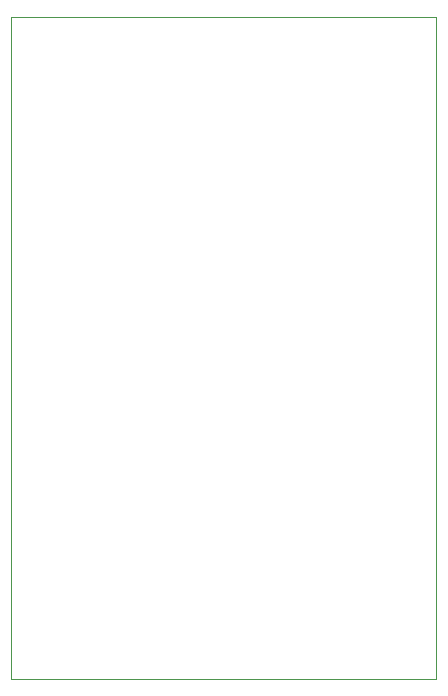
<source format=gm1>
G04 #@! TF.GenerationSoftware,KiCad,Pcbnew,6.0.9-8da3e8f707~116~ubuntu20.04.1*
G04 #@! TF.CreationDate,2022-11-17T15:48:46-05:00*
G04 #@! TF.ProjectId,dynamixel_control,64796e61-6d69-4786-956c-5f636f6e7472,rev?*
G04 #@! TF.SameCoordinates,Original*
G04 #@! TF.FileFunction,Profile,NP*
%FSLAX46Y46*%
G04 Gerber Fmt 4.6, Leading zero omitted, Abs format (unit mm)*
G04 Created by KiCad (PCBNEW 6.0.9-8da3e8f707~116~ubuntu20.04.1) date 2022-11-17 15:48:46*
%MOMM*%
%LPD*%
G01*
G04 APERTURE LIST*
G04 #@! TA.AperFunction,Profile*
%ADD10C,0.100000*%
G04 #@! TD*
G04 APERTURE END LIST*
D10*
X56000000Y-76000000D02*
X20000000Y-76000000D01*
X20000000Y-20000000D02*
X56000000Y-20000000D01*
X56000000Y-20000000D02*
X56000000Y-76000000D01*
X20000000Y-76000000D02*
X20000000Y-20000000D01*
M02*

</source>
